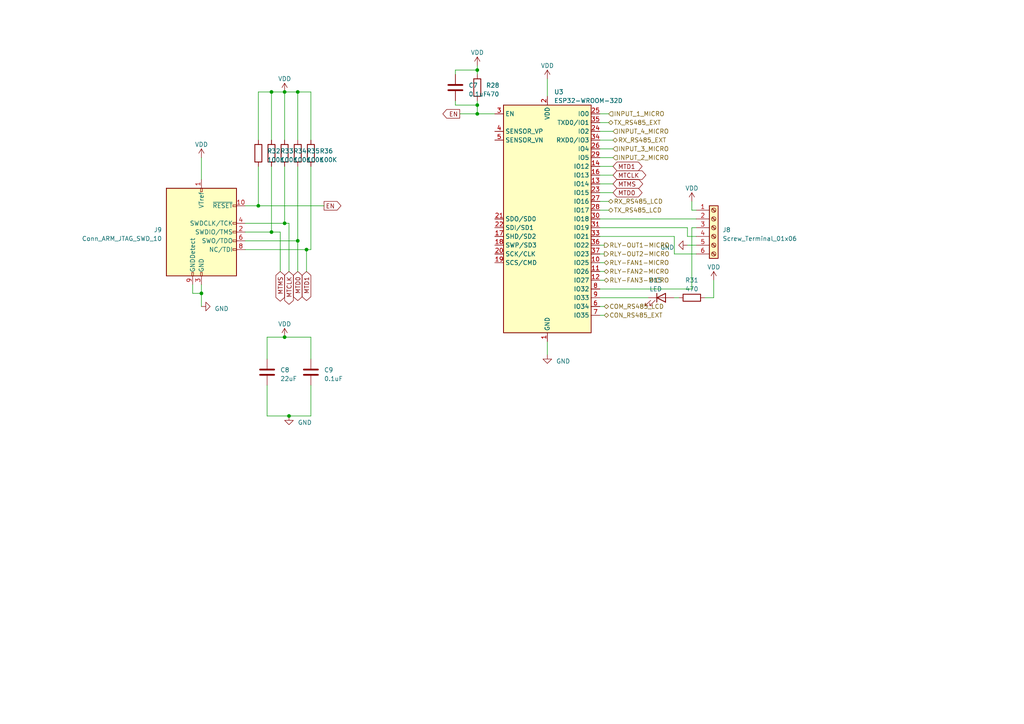
<source format=kicad_sch>
(kicad_sch (version 20230121) (generator eeschema)

  (uuid ef036c57-cb65-4222-928a-20526add1409)

  (paper "A4")

  (lib_symbols
    (symbol "Connector:Conn_ARM_JTAG_SWD_10" (pin_names (offset 1.016)) (in_bom yes) (on_board yes)
      (property "Reference" "J" (at -2.54 16.51 0)
        (effects (font (size 1.27 1.27)) (justify right))
      )
      (property "Value" "Conn_ARM_JTAG_SWD_10" (at -2.54 13.97 0)
        (effects (font (size 1.27 1.27)) (justify right bottom))
      )
      (property "Footprint" "" (at 0 0 0)
        (effects (font (size 1.27 1.27)) hide)
      )
      (property "Datasheet" "http://infocenter.arm.com/help/topic/com.arm.doc.ddi0314h/DDI0314H_coresight_components_trm.pdf" (at -8.89 -31.75 90)
        (effects (font (size 1.27 1.27)) hide)
      )
      (property "ki_keywords" "Cortex Debug Connector ARM SWD JTAG" (at 0 0 0)
        (effects (font (size 1.27 1.27)) hide)
      )
      (property "ki_description" "Cortex Debug Connector, standard ARM Cortex-M SWD and JTAG interface" (at 0 0 0)
        (effects (font (size 1.27 1.27)) hide)
      )
      (property "ki_fp_filters" "PinHeader?2x05?P1.27mm*" (at 0 0 0)
        (effects (font (size 1.27 1.27)) hide)
      )
      (symbol "Conn_ARM_JTAG_SWD_10_0_1"
        (rectangle (start -10.16 12.7) (end 10.16 -12.7)
          (stroke (width 0.254) (type default))
          (fill (type background))
        )
        (rectangle (start -2.794 -12.7) (end -2.286 -11.684)
          (stroke (width 0) (type default))
          (fill (type none))
        )
        (rectangle (start -0.254 -12.7) (end 0.254 -11.684)
          (stroke (width 0) (type default))
          (fill (type none))
        )
        (rectangle (start -0.254 12.7) (end 0.254 11.684)
          (stroke (width 0) (type default))
          (fill (type none))
        )
        (rectangle (start 9.144 2.286) (end 10.16 2.794)
          (stroke (width 0) (type default))
          (fill (type none))
        )
        (rectangle (start 10.16 -2.794) (end 9.144 -2.286)
          (stroke (width 0) (type default))
          (fill (type none))
        )
        (rectangle (start 10.16 -0.254) (end 9.144 0.254)
          (stroke (width 0) (type default))
          (fill (type none))
        )
        (rectangle (start 10.16 7.874) (end 9.144 7.366)
          (stroke (width 0) (type default))
          (fill (type none))
        )
      )
      (symbol "Conn_ARM_JTAG_SWD_10_1_1"
        (rectangle (start 9.144 -5.334) (end 10.16 -4.826)
          (stroke (width 0) (type default))
          (fill (type none))
        )
        (pin power_in line (at 0 15.24 270) (length 2.54)
          (name "VTref" (effects (font (size 1.27 1.27))))
          (number "1" (effects (font (size 1.27 1.27))))
        )
        (pin open_collector line (at 12.7 7.62 180) (length 2.54)
          (name "~{RESET}" (effects (font (size 1.27 1.27))))
          (number "10" (effects (font (size 1.27 1.27))))
        )
        (pin bidirectional line (at 12.7 0 180) (length 2.54)
          (name "SWDIO/TMS" (effects (font (size 1.27 1.27))))
          (number "2" (effects (font (size 1.27 1.27))))
        )
        (pin power_in line (at 0 -15.24 90) (length 2.54)
          (name "GND" (effects (font (size 1.27 1.27))))
          (number "3" (effects (font (size 1.27 1.27))))
        )
        (pin output line (at 12.7 2.54 180) (length 2.54)
          (name "SWDCLK/TCK" (effects (font (size 1.27 1.27))))
          (number "4" (effects (font (size 1.27 1.27))))
        )
        (pin passive line (at 0 -15.24 90) (length 2.54) hide
          (name "GND" (effects (font (size 1.27 1.27))))
          (number "5" (effects (font (size 1.27 1.27))))
        )
        (pin input line (at 12.7 -2.54 180) (length 2.54)
          (name "SWO/TDO" (effects (font (size 1.27 1.27))))
          (number "6" (effects (font (size 1.27 1.27))))
        )
        (pin no_connect line (at -10.16 0 0) (length 2.54) hide
          (name "KEY" (effects (font (size 1.27 1.27))))
          (number "7" (effects (font (size 1.27 1.27))))
        )
        (pin output line (at 12.7 -5.08 180) (length 2.54)
          (name "NC/TDI" (effects (font (size 1.27 1.27))))
          (number "8" (effects (font (size 1.27 1.27))))
        )
        (pin passive line (at -2.54 -15.24 90) (length 2.54)
          (name "GNDDetect" (effects (font (size 1.27 1.27))))
          (number "9" (effects (font (size 1.27 1.27))))
        )
      )
    )
    (symbol "Connector:Screw_Terminal_01x06" (pin_names (offset 1.016) hide) (in_bom yes) (on_board yes)
      (property "Reference" "J" (at 0 7.62 0)
        (effects (font (size 1.27 1.27)))
      )
      (property "Value" "Screw_Terminal_01x06" (at 0 -10.16 0)
        (effects (font (size 1.27 1.27)))
      )
      (property "Footprint" "" (at 0 0 0)
        (effects (font (size 1.27 1.27)) hide)
      )
      (property "Datasheet" "~" (at 0 0 0)
        (effects (font (size 1.27 1.27)) hide)
      )
      (property "ki_keywords" "screw terminal" (at 0 0 0)
        (effects (font (size 1.27 1.27)) hide)
      )
      (property "ki_description" "Generic screw terminal, single row, 01x06, script generated (kicad-library-utils/schlib/autogen/connector/)" (at 0 0 0)
        (effects (font (size 1.27 1.27)) hide)
      )
      (property "ki_fp_filters" "TerminalBlock*:*" (at 0 0 0)
        (effects (font (size 1.27 1.27)) hide)
      )
      (symbol "Screw_Terminal_01x06_1_1"
        (rectangle (start -1.27 6.35) (end 1.27 -8.89)
          (stroke (width 0.254) (type default))
          (fill (type background))
        )
        (circle (center 0 -7.62) (radius 0.635)
          (stroke (width 0.1524) (type default))
          (fill (type none))
        )
        (circle (center 0 -5.08) (radius 0.635)
          (stroke (width 0.1524) (type default))
          (fill (type none))
        )
        (circle (center 0 -2.54) (radius 0.635)
          (stroke (width 0.1524) (type default))
          (fill (type none))
        )
        (polyline
          (pts
            (xy -0.5334 -7.2898)
            (xy 0.3302 -8.128)
          )
          (stroke (width 0.1524) (type default))
          (fill (type none))
        )
        (polyline
          (pts
            (xy -0.5334 -4.7498)
            (xy 0.3302 -5.588)
          )
          (stroke (width 0.1524) (type default))
          (fill (type none))
        )
        (polyline
          (pts
            (xy -0.5334 -2.2098)
            (xy 0.3302 -3.048)
          )
          (stroke (width 0.1524) (type default))
          (fill (type none))
        )
        (polyline
          (pts
            (xy -0.5334 0.3302)
            (xy 0.3302 -0.508)
          )
          (stroke (width 0.1524) (type default))
          (fill (type none))
        )
        (polyline
          (pts
            (xy -0.5334 2.8702)
            (xy 0.3302 2.032)
          )
          (stroke (width 0.1524) (type default))
          (fill (type none))
        )
        (polyline
          (pts
            (xy -0.5334 5.4102)
            (xy 0.3302 4.572)
          )
          (stroke (width 0.1524) (type default))
          (fill (type none))
        )
        (polyline
          (pts
            (xy -0.3556 -7.112)
            (xy 0.508 -7.9502)
          )
          (stroke (width 0.1524) (type default))
          (fill (type none))
        )
        (polyline
          (pts
            (xy -0.3556 -4.572)
            (xy 0.508 -5.4102)
          )
          (stroke (width 0.1524) (type default))
          (fill (type none))
        )
        (polyline
          (pts
            (xy -0.3556 -2.032)
            (xy 0.508 -2.8702)
          )
          (stroke (width 0.1524) (type default))
          (fill (type none))
        )
        (polyline
          (pts
            (xy -0.3556 0.508)
            (xy 0.508 -0.3302)
          )
          (stroke (width 0.1524) (type default))
          (fill (type none))
        )
        (polyline
          (pts
            (xy -0.3556 3.048)
            (xy 0.508 2.2098)
          )
          (stroke (width 0.1524) (type default))
          (fill (type none))
        )
        (polyline
          (pts
            (xy -0.3556 5.588)
            (xy 0.508 4.7498)
          )
          (stroke (width 0.1524) (type default))
          (fill (type none))
        )
        (circle (center 0 0) (radius 0.635)
          (stroke (width 0.1524) (type default))
          (fill (type none))
        )
        (circle (center 0 2.54) (radius 0.635)
          (stroke (width 0.1524) (type default))
          (fill (type none))
        )
        (circle (center 0 5.08) (radius 0.635)
          (stroke (width 0.1524) (type default))
          (fill (type none))
        )
        (pin passive line (at -5.08 5.08 0) (length 3.81)
          (name "Pin_1" (effects (font (size 1.27 1.27))))
          (number "1" (effects (font (size 1.27 1.27))))
        )
        (pin passive line (at -5.08 2.54 0) (length 3.81)
          (name "Pin_2" (effects (font (size 1.27 1.27))))
          (number "2" (effects (font (size 1.27 1.27))))
        )
        (pin passive line (at -5.08 0 0) (length 3.81)
          (name "Pin_3" (effects (font (size 1.27 1.27))))
          (number "3" (effects (font (size 1.27 1.27))))
        )
        (pin passive line (at -5.08 -2.54 0) (length 3.81)
          (name "Pin_4" (effects (font (size 1.27 1.27))))
          (number "4" (effects (font (size 1.27 1.27))))
        )
        (pin passive line (at -5.08 -5.08 0) (length 3.81)
          (name "Pin_5" (effects (font (size 1.27 1.27))))
          (number "5" (effects (font (size 1.27 1.27))))
        )
        (pin passive line (at -5.08 -7.62 0) (length 3.81)
          (name "Pin_6" (effects (font (size 1.27 1.27))))
          (number "6" (effects (font (size 1.27 1.27))))
        )
      )
    )
    (symbol "Device:C" (pin_numbers hide) (pin_names (offset 0.254)) (in_bom yes) (on_board yes)
      (property "Reference" "C" (at 0.635 2.54 0)
        (effects (font (size 1.27 1.27)) (justify left))
      )
      (property "Value" "C" (at 0.635 -2.54 0)
        (effects (font (size 1.27 1.27)) (justify left))
      )
      (property "Footprint" "" (at 0.9652 -3.81 0)
        (effects (font (size 1.27 1.27)) hide)
      )
      (property "Datasheet" "~" (at 0 0 0)
        (effects (font (size 1.27 1.27)) hide)
      )
      (property "ki_keywords" "cap capacitor" (at 0 0 0)
        (effects (font (size 1.27 1.27)) hide)
      )
      (property "ki_description" "Unpolarized capacitor" (at 0 0 0)
        (effects (font (size 1.27 1.27)) hide)
      )
      (property "ki_fp_filters" "C_*" (at 0 0 0)
        (effects (font (size 1.27 1.27)) hide)
      )
      (symbol "C_0_1"
        (polyline
          (pts
            (xy -2.032 -0.762)
            (xy 2.032 -0.762)
          )
          (stroke (width 0.508) (type default))
          (fill (type none))
        )
        (polyline
          (pts
            (xy -2.032 0.762)
            (xy 2.032 0.762)
          )
          (stroke (width 0.508) (type default))
          (fill (type none))
        )
      )
      (symbol "C_1_1"
        (pin passive line (at 0 3.81 270) (length 2.794)
          (name "~" (effects (font (size 1.27 1.27))))
          (number "1" (effects (font (size 1.27 1.27))))
        )
        (pin passive line (at 0 -3.81 90) (length 2.794)
          (name "~" (effects (font (size 1.27 1.27))))
          (number "2" (effects (font (size 1.27 1.27))))
        )
      )
    )
    (symbol "Device:LED" (pin_numbers hide) (pin_names (offset 1.016) hide) (in_bom yes) (on_board yes)
      (property "Reference" "D" (at 0 2.54 0)
        (effects (font (size 1.27 1.27)))
      )
      (property "Value" "LED" (at 0 -2.54 0)
        (effects (font (size 1.27 1.27)))
      )
      (property "Footprint" "" (at 0 0 0)
        (effects (font (size 1.27 1.27)) hide)
      )
      (property "Datasheet" "~" (at 0 0 0)
        (effects (font (size 1.27 1.27)) hide)
      )
      (property "ki_keywords" "LED diode" (at 0 0 0)
        (effects (font (size 1.27 1.27)) hide)
      )
      (property "ki_description" "Light emitting diode" (at 0 0 0)
        (effects (font (size 1.27 1.27)) hide)
      )
      (property "ki_fp_filters" "LED* LED_SMD:* LED_THT:*" (at 0 0 0)
        (effects (font (size 1.27 1.27)) hide)
      )
      (symbol "LED_0_1"
        (polyline
          (pts
            (xy -1.27 -1.27)
            (xy -1.27 1.27)
          )
          (stroke (width 0.254) (type default))
          (fill (type none))
        )
        (polyline
          (pts
            (xy -1.27 0)
            (xy 1.27 0)
          )
          (stroke (width 0) (type default))
          (fill (type none))
        )
        (polyline
          (pts
            (xy 1.27 -1.27)
            (xy 1.27 1.27)
            (xy -1.27 0)
            (xy 1.27 -1.27)
          )
          (stroke (width 0.254) (type default))
          (fill (type none))
        )
        (polyline
          (pts
            (xy -3.048 -0.762)
            (xy -4.572 -2.286)
            (xy -3.81 -2.286)
            (xy -4.572 -2.286)
            (xy -4.572 -1.524)
          )
          (stroke (width 0) (type default))
          (fill (type none))
        )
        (polyline
          (pts
            (xy -1.778 -0.762)
            (xy -3.302 -2.286)
            (xy -2.54 -2.286)
            (xy -3.302 -2.286)
            (xy -3.302 -1.524)
          )
          (stroke (width 0) (type default))
          (fill (type none))
        )
      )
      (symbol "LED_1_1"
        (pin passive line (at -3.81 0 0) (length 2.54)
          (name "K" (effects (font (size 1.27 1.27))))
          (number "1" (effects (font (size 1.27 1.27))))
        )
        (pin passive line (at 3.81 0 180) (length 2.54)
          (name "A" (effects (font (size 1.27 1.27))))
          (number "2" (effects (font (size 1.27 1.27))))
        )
      )
    )
    (symbol "Device:R" (pin_numbers hide) (pin_names (offset 0)) (in_bom yes) (on_board yes)
      (property "Reference" "R" (at 2.032 0 90)
        (effects (font (size 1.27 1.27)))
      )
      (property "Value" "R" (at 0 0 90)
        (effects (font (size 1.27 1.27)))
      )
      (property "Footprint" "" (at -1.778 0 90)
        (effects (font (size 1.27 1.27)) hide)
      )
      (property "Datasheet" "~" (at 0 0 0)
        (effects (font (size 1.27 1.27)) hide)
      )
      (property "ki_keywords" "R res resistor" (at 0 0 0)
        (effects (font (size 1.27 1.27)) hide)
      )
      (property "ki_description" "Resistor" (at 0 0 0)
        (effects (font (size 1.27 1.27)) hide)
      )
      (property "ki_fp_filters" "R_*" (at 0 0 0)
        (effects (font (size 1.27 1.27)) hide)
      )
      (symbol "R_0_1"
        (rectangle (start -1.016 -2.54) (end 1.016 2.54)
          (stroke (width 0.254) (type default))
          (fill (type none))
        )
      )
      (symbol "R_1_1"
        (pin passive line (at 0 3.81 270) (length 1.27)
          (name "~" (effects (font (size 1.27 1.27))))
          (number "1" (effects (font (size 1.27 1.27))))
        )
        (pin passive line (at 0 -3.81 90) (length 1.27)
          (name "~" (effects (font (size 1.27 1.27))))
          (number "2" (effects (font (size 1.27 1.27))))
        )
      )
    )
    (symbol "RF_Module:ESP32-WROOM-32D" (in_bom yes) (on_board yes)
      (property "Reference" "U" (at -12.7 34.29 0)
        (effects (font (size 1.27 1.27)) (justify left))
      )
      (property "Value" "ESP32-WROOM-32D" (at 1.27 34.29 0)
        (effects (font (size 1.27 1.27)) (justify left))
      )
      (property "Footprint" "RF_Module:ESP32-WROOM-32D" (at 16.51 -34.29 0)
        (effects (font (size 1.27 1.27)) hide)
      )
      (property "Datasheet" "https://www.espressif.com/sites/default/files/documentation/esp32-wroom-32d_esp32-wroom-32u_datasheet_en.pdf" (at -7.62 1.27 0)
        (effects (font (size 1.27 1.27)) hide)
      )
      (property "ki_keywords" "RF Radio BT ESP ESP32 Espressif onboard PCB antenna" (at 0 0 0)
        (effects (font (size 1.27 1.27)) hide)
      )
      (property "ki_description" "RF Module, ESP32-D0WD SoC, Wi-Fi 802.11b/g/n, Bluetooth, BLE, 32-bit, 2.7-3.6V, onboard antenna, SMD" (at 0 0 0)
        (effects (font (size 1.27 1.27)) hide)
      )
      (property "ki_fp_filters" "ESP32?WROOM?32D*" (at 0 0 0)
        (effects (font (size 1.27 1.27)) hide)
      )
      (symbol "ESP32-WROOM-32D_0_1"
        (rectangle (start -12.7 33.02) (end 12.7 -33.02)
          (stroke (width 0.254) (type default))
          (fill (type background))
        )
      )
      (symbol "ESP32-WROOM-32D_1_1"
        (pin power_in line (at 0 -35.56 90) (length 2.54)
          (name "GND" (effects (font (size 1.27 1.27))))
          (number "1" (effects (font (size 1.27 1.27))))
        )
        (pin bidirectional line (at 15.24 -12.7 180) (length 2.54)
          (name "IO25" (effects (font (size 1.27 1.27))))
          (number "10" (effects (font (size 1.27 1.27))))
        )
        (pin bidirectional line (at 15.24 -15.24 180) (length 2.54)
          (name "IO26" (effects (font (size 1.27 1.27))))
          (number "11" (effects (font (size 1.27 1.27))))
        )
        (pin bidirectional line (at 15.24 -17.78 180) (length 2.54)
          (name "IO27" (effects (font (size 1.27 1.27))))
          (number "12" (effects (font (size 1.27 1.27))))
        )
        (pin bidirectional line (at 15.24 10.16 180) (length 2.54)
          (name "IO14" (effects (font (size 1.27 1.27))))
          (number "13" (effects (font (size 1.27 1.27))))
        )
        (pin bidirectional line (at 15.24 15.24 180) (length 2.54)
          (name "IO12" (effects (font (size 1.27 1.27))))
          (number "14" (effects (font (size 1.27 1.27))))
        )
        (pin passive line (at 0 -35.56 90) (length 2.54) hide
          (name "GND" (effects (font (size 1.27 1.27))))
          (number "15" (effects (font (size 1.27 1.27))))
        )
        (pin bidirectional line (at 15.24 12.7 180) (length 2.54)
          (name "IO13" (effects (font (size 1.27 1.27))))
          (number "16" (effects (font (size 1.27 1.27))))
        )
        (pin bidirectional line (at -15.24 -5.08 0) (length 2.54)
          (name "SHD/SD2" (effects (font (size 1.27 1.27))))
          (number "17" (effects (font (size 1.27 1.27))))
        )
        (pin bidirectional line (at -15.24 -7.62 0) (length 2.54)
          (name "SWP/SD3" (effects (font (size 1.27 1.27))))
          (number "18" (effects (font (size 1.27 1.27))))
        )
        (pin bidirectional line (at -15.24 -12.7 0) (length 2.54)
          (name "SCS/CMD" (effects (font (size 1.27 1.27))))
          (number "19" (effects (font (size 1.27 1.27))))
        )
        (pin power_in line (at 0 35.56 270) (length 2.54)
          (name "VDD" (effects (font (size 1.27 1.27))))
          (number "2" (effects (font (size 1.27 1.27))))
        )
        (pin bidirectional line (at -15.24 -10.16 0) (length 2.54)
          (name "SCK/CLK" (effects (font (size 1.27 1.27))))
          (number "20" (effects (font (size 1.27 1.27))))
        )
        (pin bidirectional line (at -15.24 0 0) (length 2.54)
          (name "SDO/SD0" (effects (font (size 1.27 1.27))))
          (number "21" (effects (font (size 1.27 1.27))))
        )
        (pin bidirectional line (at -15.24 -2.54 0) (length 2.54)
          (name "SDI/SD1" (effects (font (size 1.27 1.27))))
          (number "22" (effects (font (size 1.27 1.27))))
        )
        (pin bidirectional line (at 15.24 7.62 180) (length 2.54)
          (name "IO15" (effects (font (size 1.27 1.27))))
          (number "23" (effects (font (size 1.27 1.27))))
        )
        (pin bidirectional line (at 15.24 25.4 180) (length 2.54)
          (name "IO2" (effects (font (size 1.27 1.27))))
          (number "24" (effects (font (size 1.27 1.27))))
        )
        (pin bidirectional line (at 15.24 30.48 180) (length 2.54)
          (name "IO0" (effects (font (size 1.27 1.27))))
          (number "25" (effects (font (size 1.27 1.27))))
        )
        (pin bidirectional line (at 15.24 20.32 180) (length 2.54)
          (name "IO4" (effects (font (size 1.27 1.27))))
          (number "26" (effects (font (size 1.27 1.27))))
        )
        (pin bidirectional line (at 15.24 5.08 180) (length 2.54)
          (name "IO16" (effects (font (size 1.27 1.27))))
          (number "27" (effects (font (size 1.27 1.27))))
        )
        (pin bidirectional line (at 15.24 2.54 180) (length 2.54)
          (name "IO17" (effects (font (size 1.27 1.27))))
          (number "28" (effects (font (size 1.27 1.27))))
        )
        (pin bidirectional line (at 15.24 17.78 180) (length 2.54)
          (name "IO5" (effects (font (size 1.27 1.27))))
          (number "29" (effects (font (size 1.27 1.27))))
        )
        (pin input line (at -15.24 30.48 0) (length 2.54)
          (name "EN" (effects (font (size 1.27 1.27))))
          (number "3" (effects (font (size 1.27 1.27))))
        )
        (pin bidirectional line (at 15.24 0 180) (length 2.54)
          (name "IO18" (effects (font (size 1.27 1.27))))
          (number "30" (effects (font (size 1.27 1.27))))
        )
        (pin bidirectional line (at 15.24 -2.54 180) (length 2.54)
          (name "IO19" (effects (font (size 1.27 1.27))))
          (number "31" (effects (font (size 1.27 1.27))))
        )
        (pin no_connect line (at -12.7 -27.94 0) (length 2.54) hide
          (name "NC" (effects (font (size 1.27 1.27))))
          (number "32" (effects (font (size 1.27 1.27))))
        )
        (pin bidirectional line (at 15.24 -5.08 180) (length 2.54)
          (name "IO21" (effects (font (size 1.27 1.27))))
          (number "33" (effects (font (size 1.27 1.27))))
        )
        (pin bidirectional line (at 15.24 22.86 180) (length 2.54)
          (name "RXD0/IO3" (effects (font (size 1.27 1.27))))
          (number "34" (effects (font (size 1.27 1.27))))
        )
        (pin bidirectional line (at 15.24 27.94 180) (length 2.54)
          (name "TXD0/IO1" (effects (font (size 1.27 1.27))))
          (number "35" (effects (font (size 1.27 1.27))))
        )
        (pin bidirectional line (at 15.24 -7.62 180) (length 2.54)
          (name "IO22" (effects (font (size 1.27 1.27))))
          (number "36" (effects (font (size 1.27 1.27))))
        )
        (pin bidirectional line (at 15.24 -10.16 180) (length 2.54)
          (name "IO23" (effects (font (size 1.27 1.27))))
          (number "37" (effects (font (size 1.27 1.27))))
        )
        (pin passive line (at 0 -35.56 90) (length 2.54) hide
          (name "GND" (effects (font (size 1.27 1.27))))
          (number "38" (effects (font (size 1.27 1.27))))
        )
        (pin passive line (at 0 -35.56 90) (length 2.54) hide
          (name "GND" (effects (font (size 1.27 1.27))))
          (number "39" (effects (font (size 1.27 1.27))))
        )
        (pin input line (at -15.24 25.4 0) (length 2.54)
          (name "SENSOR_VP" (effects (font (size 1.27 1.27))))
          (number "4" (effects (font (size 1.27 1.27))))
        )
        (pin input line (at -15.24 22.86 0) (length 2.54)
          (name "SENSOR_VN" (effects (font (size 1.27 1.27))))
          (number "5" (effects (font (size 1.27 1.27))))
        )
        (pin input line (at 15.24 -25.4 180) (length 2.54)
          (name "IO34" (effects (font (size 1.27 1.27))))
          (number "6" (effects (font (size 1.27 1.27))))
        )
        (pin input line (at 15.24 -27.94 180) (length 2.54)
          (name "IO35" (effects (font (size 1.27 1.27))))
          (number "7" (effects (font (size 1.27 1.27))))
        )
        (pin bidirectional line (at 15.24 -20.32 180) (length 2.54)
          (name "IO32" (effects (font (size 1.27 1.27))))
          (number "8" (effects (font (size 1.27 1.27))))
        )
        (pin bidirectional line (at 15.24 -22.86 180) (length 2.54)
          (name "IO33" (effects (font (size 1.27 1.27))))
          (number "9" (effects (font (size 1.27 1.27))))
        )
      )
    )
    (symbol "power:GND" (power) (pin_names (offset 0)) (in_bom yes) (on_board yes)
      (property "Reference" "#PWR" (at 0 -6.35 0)
        (effects (font (size 1.27 1.27)) hide)
      )
      (property "Value" "GND" (at 0 -3.81 0)
        (effects (font (size 1.27 1.27)))
      )
      (property "Footprint" "" (at 0 0 0)
        (effects (font (size 1.27 1.27)) hide)
      )
      (property "Datasheet" "" (at 0 0 0)
        (effects (font (size 1.27 1.27)) hide)
      )
      (property "ki_keywords" "global power" (at 0 0 0)
        (effects (font (size 1.27 1.27)) hide)
      )
      (property "ki_description" "Power symbol creates a global label with name \"GND\" , ground" (at 0 0 0)
        (effects (font (size 1.27 1.27)) hide)
      )
      (symbol "GND_0_1"
        (polyline
          (pts
            (xy 0 0)
            (xy 0 -1.27)
            (xy 1.27 -1.27)
            (xy 0 -2.54)
            (xy -1.27 -1.27)
            (xy 0 -1.27)
          )
          (stroke (width 0) (type default))
          (fill (type none))
        )
      )
      (symbol "GND_1_1"
        (pin power_in line (at 0 0 270) (length 0) hide
          (name "GND" (effects (font (size 1.27 1.27))))
          (number "1" (effects (font (size 1.27 1.27))))
        )
      )
    )
    (symbol "power:VDD" (power) (pin_names (offset 0)) (in_bom yes) (on_board yes)
      (property "Reference" "#PWR" (at 0 -3.81 0)
        (effects (font (size 1.27 1.27)) hide)
      )
      (property "Value" "VDD" (at 0 3.81 0)
        (effects (font (size 1.27 1.27)))
      )
      (property "Footprint" "" (at 0 0 0)
        (effects (font (size 1.27 1.27)) hide)
      )
      (property "Datasheet" "" (at 0 0 0)
        (effects (font (size 1.27 1.27)) hide)
      )
      (property "ki_keywords" "global power" (at 0 0 0)
        (effects (font (size 1.27 1.27)) hide)
      )
      (property "ki_description" "Power symbol creates a global label with name \"VDD\"" (at 0 0 0)
        (effects (font (size 1.27 1.27)) hide)
      )
      (symbol "VDD_0_1"
        (polyline
          (pts
            (xy -0.762 1.27)
            (xy 0 2.54)
          )
          (stroke (width 0) (type default))
          (fill (type none))
        )
        (polyline
          (pts
            (xy 0 0)
            (xy 0 2.54)
          )
          (stroke (width 0) (type default))
          (fill (type none))
        )
        (polyline
          (pts
            (xy 0 2.54)
            (xy 0.762 1.27)
          )
          (stroke (width 0) (type default))
          (fill (type none))
        )
      )
      (symbol "VDD_1_1"
        (pin power_in line (at 0 0 90) (length 0) hide
          (name "VDD" (effects (font (size 1.27 1.27))))
          (number "1" (effects (font (size 1.27 1.27))))
        )
      )
    )
  )

  (junction (at 78.74 26.67) (diameter 0) (color 0 0 0 0)
    (uuid 0d98fc3d-13d2-42fc-8df8-8ab58083823a)
  )
  (junction (at 88.9 72.39) (diameter 0) (color 0 0 0 0)
    (uuid 1df7ab56-3cf7-4e02-8ab9-6f4423c11588)
  )
  (junction (at 82.55 97.79) (diameter 0) (color 0 0 0 0)
    (uuid 29eb6526-c340-4e27-a156-ba0b6c45a751)
  )
  (junction (at 78.74 67.31) (diameter 0) (color 0 0 0 0)
    (uuid 2d73257f-2a34-4124-8ac8-0268e67a8397)
  )
  (junction (at 86.36 26.67) (diameter 0) (color 0 0 0 0)
    (uuid 30d54e5c-230a-4246-ab33-55b6e92a9c56)
  )
  (junction (at 138.43 30.48) (diameter 0) (color 0 0 0 0)
    (uuid 37b98c7a-8698-4464-a7d7-c5676b94fecf)
  )
  (junction (at 74.93 59.69) (diameter 0) (color 0 0 0 0)
    (uuid 47d38b3a-b232-49b3-9bf1-1d8b17488559)
  )
  (junction (at 82.55 64.77) (diameter 0) (color 0 0 0 0)
    (uuid 53df9bd8-fd72-492b-bff7-33c7064b9e42)
  )
  (junction (at 138.43 33.02) (diameter 0) (color 0 0 0 0)
    (uuid 7d7c01f9-282a-43ff-9098-ab26e5b3b277)
  )
  (junction (at 138.43 20.32) (diameter 0) (color 0 0 0 0)
    (uuid 8b5e386d-9326-462d-b90d-224596086761)
  )
  (junction (at 86.36 69.85) (diameter 0) (color 0 0 0 0)
    (uuid 957dedd1-1336-42ef-826a-9cd0be835943)
  )
  (junction (at 82.55 26.67) (diameter 0) (color 0 0 0 0)
    (uuid 9ba92401-92fc-418e-819c-b9ba69f78ffd)
  )
  (junction (at 58.42 85.09) (diameter 0) (color 0 0 0 0)
    (uuid b2386260-593e-4140-877b-8b2a1345d9cb)
  )
  (junction (at 83.82 120.65) (diameter 0) (color 0 0 0 0)
    (uuid c3cc9c04-a207-43be-ab16-1c1ee0288080)
  )

  (wire (pts (xy 71.12 72.39) (xy 88.9 72.39))
    (stroke (width 0) (type default))
    (uuid 04e9f313-dff8-438e-ac24-f3c4e70376d1)
  )
  (wire (pts (xy 199.39 68.58) (xy 201.93 68.58))
    (stroke (width 0) (type default))
    (uuid 05fa9f48-6bb3-4423-ac78-35b559b9d47c)
  )
  (wire (pts (xy 173.99 71.12) (xy 175.26 71.12))
    (stroke (width 0) (type default))
    (uuid 088f9f78-dc0e-4295-81b5-e0b049934653)
  )
  (wire (pts (xy 71.12 59.69) (xy 74.93 59.69))
    (stroke (width 0) (type default))
    (uuid 0d591603-e6b2-4882-a661-e676ef1eb911)
  )
  (wire (pts (xy 74.93 48.26) (xy 74.93 59.69))
    (stroke (width 0) (type default))
    (uuid 0e2757a4-46e4-4fea-baf4-cc348d9e5ff4)
  )
  (wire (pts (xy 81.28 78.74) (xy 81.28 67.31))
    (stroke (width 0) (type default))
    (uuid 1a85d998-9d2f-4879-ac2e-d54e3d7cedb5)
  )
  (wire (pts (xy 173.99 63.5) (xy 201.93 63.5))
    (stroke (width 0) (type default))
    (uuid 1f25a782-d82c-469a-bb80-611d253a4350)
  )
  (wire (pts (xy 132.08 30.48) (xy 138.43 30.48))
    (stroke (width 0) (type default))
    (uuid 242efc07-0fb6-4019-9227-c8724fe19712)
  )
  (wire (pts (xy 173.99 86.36) (xy 187.96 86.36))
    (stroke (width 0) (type default))
    (uuid 24781ffa-cacf-4023-a967-4ac02defddb2)
  )
  (wire (pts (xy 55.88 82.55) (xy 55.88 85.09))
    (stroke (width 0) (type default))
    (uuid 24ec045f-8b53-4714-83e9-cf81dfc89f35)
  )
  (wire (pts (xy 78.74 26.67) (xy 82.55 26.67))
    (stroke (width 0) (type default))
    (uuid 26b0aad0-fbb9-4b0e-9927-45a3c495cbf1)
  )
  (wire (pts (xy 200.66 66.04) (xy 201.93 66.04))
    (stroke (width 0) (type default))
    (uuid 27969388-c5c1-4cdb-bc90-32b5db9eaa02)
  )
  (wire (pts (xy 77.47 97.79) (xy 82.55 97.79))
    (stroke (width 0) (type default))
    (uuid 297f0e3d-da35-4eeb-8697-ef156a7e5d68)
  )
  (wire (pts (xy 74.93 59.69) (xy 93.98 59.69))
    (stroke (width 0) (type default))
    (uuid 2a84cd81-db96-4506-8df5-6c4af27e9508)
  )
  (wire (pts (xy 204.47 86.36) (xy 207.01 86.36))
    (stroke (width 0) (type default))
    (uuid 2e399712-5744-4418-86b9-e8e7247db04a)
  )
  (wire (pts (xy 173.99 40.64) (xy 177.8 40.64))
    (stroke (width 0) (type default))
    (uuid 304ca197-5c1d-4eae-ad57-5621cad1a54c)
  )
  (wire (pts (xy 83.82 78.74) (xy 83.82 64.77))
    (stroke (width 0) (type default))
    (uuid 33054161-c5fe-4016-801c-7146b084e4c2)
  )
  (wire (pts (xy 82.55 64.77) (xy 83.82 64.77))
    (stroke (width 0) (type default))
    (uuid 3363f2cb-56e4-4c17-8a9f-ae645678eeca)
  )
  (wire (pts (xy 173.99 38.1) (xy 177.8 38.1))
    (stroke (width 0) (type default))
    (uuid 340be682-3aad-45c4-8d93-ca9a3fd021a7)
  )
  (wire (pts (xy 82.55 26.67) (xy 82.55 40.64))
    (stroke (width 0) (type default))
    (uuid 357d1ab1-07be-49e6-a28b-473562a204ac)
  )
  (wire (pts (xy 77.47 111.76) (xy 77.47 120.65))
    (stroke (width 0) (type default))
    (uuid 35df3045-9c33-4ea7-a896-59d4d7454c4b)
  )
  (wire (pts (xy 201.93 60.96) (xy 200.66 60.96))
    (stroke (width 0) (type default))
    (uuid 3b013ee4-5f68-480a-b2b2-167a143a1fcd)
  )
  (wire (pts (xy 77.47 104.14) (xy 77.47 97.79))
    (stroke (width 0) (type default))
    (uuid 42ac49ee-35a3-4a5b-bda8-9ff972328b29)
  )
  (wire (pts (xy 158.75 22.86) (xy 158.75 27.94))
    (stroke (width 0) (type default))
    (uuid 49471f17-a7d9-44d7-96e1-cc9bc33ee754)
  )
  (wire (pts (xy 195.58 73.66) (xy 195.58 68.58))
    (stroke (width 0) (type default))
    (uuid 514d669f-92fe-44ee-a588-dfffed861183)
  )
  (wire (pts (xy 173.99 91.44) (xy 175.26 91.44))
    (stroke (width 0) (type default))
    (uuid 51e74d8d-39a2-4645-87e6-51b59d92763d)
  )
  (wire (pts (xy 173.99 33.02) (xy 176.53 33.02))
    (stroke (width 0) (type default))
    (uuid 5262a6a0-7009-4d42-a564-58d66dab7124)
  )
  (wire (pts (xy 173.99 81.28) (xy 175.26 81.28))
    (stroke (width 0) (type default))
    (uuid 5400a7b8-1a26-4991-8ede-7aa41e615c79)
  )
  (wire (pts (xy 90.17 97.79) (xy 82.55 97.79))
    (stroke (width 0) (type default))
    (uuid 54a1cbdb-03c2-42f2-87db-e693adc4e943)
  )
  (wire (pts (xy 86.36 48.26) (xy 86.36 69.85))
    (stroke (width 0) (type default))
    (uuid 58c9f9d2-9b0d-4f4c-86e0-fb2c6ca9e38a)
  )
  (wire (pts (xy 173.99 50.8) (xy 177.8 50.8))
    (stroke (width 0) (type default))
    (uuid 5ab8fcfd-caae-4c55-9fe9-2d3d06301460)
  )
  (wire (pts (xy 82.55 48.26) (xy 82.55 64.77))
    (stroke (width 0) (type default))
    (uuid 5bc1f6ff-9aa6-43eb-b935-c5eeb3f0339f)
  )
  (wire (pts (xy 86.36 26.67) (xy 86.36 40.64))
    (stroke (width 0) (type default))
    (uuid 5c74f34a-7ebc-4ec9-bb7d-7184d9777631)
  )
  (wire (pts (xy 90.17 48.26) (xy 90.17 72.39))
    (stroke (width 0) (type default))
    (uuid 60a11976-942f-4dce-805f-e2bb0c594cc4)
  )
  (wire (pts (xy 90.17 111.76) (xy 90.17 120.65))
    (stroke (width 0) (type default))
    (uuid 60a2803d-c5e4-47d0-883c-f2e1e20d884a)
  )
  (wire (pts (xy 173.99 66.04) (xy 199.39 66.04))
    (stroke (width 0) (type default))
    (uuid 61518b1c-6276-4196-b54a-b9f09e8e0ec1)
  )
  (wire (pts (xy 200.66 83.82) (xy 200.66 66.04))
    (stroke (width 0) (type default))
    (uuid 661a4f8c-7119-49da-b689-d60d38c1683d)
  )
  (wire (pts (xy 173.99 53.34) (xy 177.8 53.34))
    (stroke (width 0) (type default))
    (uuid 6a2f7c17-bd04-4dc3-b86a-0591d48b7fa8)
  )
  (wire (pts (xy 71.12 64.77) (xy 82.55 64.77))
    (stroke (width 0) (type default))
    (uuid 73050279-afc6-4c1b-ae6c-99d7aaf8d8e3)
  )
  (wire (pts (xy 138.43 33.02) (xy 143.51 33.02))
    (stroke (width 0) (type default))
    (uuid 7433ac64-8d09-452c-b8b7-e1f66edf8512)
  )
  (wire (pts (xy 173.99 73.66) (xy 175.26 73.66))
    (stroke (width 0) (type default))
    (uuid 7a9223e4-0936-4daf-b7dd-a366f852bf6d)
  )
  (wire (pts (xy 173.99 60.96) (xy 176.53 60.96))
    (stroke (width 0) (type default))
    (uuid 7e4e3a90-1b19-495b-913b-45d85baa17bb)
  )
  (wire (pts (xy 58.42 45.72) (xy 58.42 52.07))
    (stroke (width 0) (type default))
    (uuid 812cadbb-5bfc-4f9b-a819-f818471c6ec4)
  )
  (wire (pts (xy 71.12 69.85) (xy 86.36 69.85))
    (stroke (width 0) (type default))
    (uuid 818796fd-2beb-4f4b-a19a-09f98d4faaf3)
  )
  (wire (pts (xy 58.42 85.09) (xy 58.42 88.9))
    (stroke (width 0) (type default))
    (uuid 8296e773-02d0-4278-82b7-bbb92841070d)
  )
  (wire (pts (xy 133.35 33.02) (xy 138.43 33.02))
    (stroke (width 0) (type default))
    (uuid 8386d54b-caee-4108-af83-2b3b693bac47)
  )
  (wire (pts (xy 173.99 78.74) (xy 175.26 78.74))
    (stroke (width 0) (type default))
    (uuid 84320cc9-385d-4818-8da4-bba22525ded9)
  )
  (wire (pts (xy 83.82 120.65) (xy 90.17 120.65))
    (stroke (width 0) (type default))
    (uuid 852064ba-cd51-41c4-abdd-87786849b47e)
  )
  (wire (pts (xy 90.17 72.39) (xy 88.9 72.39))
    (stroke (width 0) (type default))
    (uuid 86cc2764-41fc-423c-bf93-73f3abd28275)
  )
  (wire (pts (xy 88.9 72.39) (xy 88.9 78.74))
    (stroke (width 0) (type default))
    (uuid 8b49b19b-e91a-4ea4-805a-dd87d51632e2)
  )
  (wire (pts (xy 173.99 68.58) (xy 195.58 68.58))
    (stroke (width 0) (type default))
    (uuid 901a10a2-df37-43c6-ba77-37bbec302a47)
  )
  (wire (pts (xy 55.88 85.09) (xy 58.42 85.09))
    (stroke (width 0) (type default))
    (uuid 95c0f3ab-c262-4326-9169-b17e625f4395)
  )
  (wire (pts (xy 173.99 43.18) (xy 177.8 43.18))
    (stroke (width 0) (type default))
    (uuid 98b91520-f5e3-4c54-9576-6943d9c2a653)
  )
  (wire (pts (xy 132.08 20.32) (xy 138.43 20.32))
    (stroke (width 0) (type default))
    (uuid 998e1cf2-7173-4383-88a1-f04bb29cc632)
  )
  (wire (pts (xy 132.08 29.21) (xy 132.08 30.48))
    (stroke (width 0) (type default))
    (uuid 9ae01318-1dc4-4763-b283-2c06257b614f)
  )
  (wire (pts (xy 173.99 58.42) (xy 176.53 58.42))
    (stroke (width 0) (type default))
    (uuid 9d6d97f5-ef7d-4f30-ba48-d3cc45b67a8a)
  )
  (wire (pts (xy 138.43 30.48) (xy 138.43 33.02))
    (stroke (width 0) (type default))
    (uuid 9e05308e-7d2f-4414-ad3f-347f5b64a01f)
  )
  (wire (pts (xy 78.74 26.67) (xy 78.74 40.64))
    (stroke (width 0) (type default))
    (uuid a71a1a79-8140-47d8-bfd7-e04e8a5b1b98)
  )
  (wire (pts (xy 201.93 73.66) (xy 195.58 73.66))
    (stroke (width 0) (type default))
    (uuid ac16423a-d0fb-4a29-88ef-20e1798a5e4e)
  )
  (wire (pts (xy 207.01 81.28) (xy 207.01 86.36))
    (stroke (width 0) (type default))
    (uuid b777a995-8992-46bd-9f26-7990e8712c40)
  )
  (wire (pts (xy 173.99 88.9) (xy 175.26 88.9))
    (stroke (width 0) (type default))
    (uuid b8bbb949-fc0f-42f4-9777-19ffb22c0201)
  )
  (wire (pts (xy 90.17 104.14) (xy 90.17 97.79))
    (stroke (width 0) (type default))
    (uuid b8c6bdf5-9a9d-4db2-8197-d4f34539570e)
  )
  (wire (pts (xy 86.36 78.74) (xy 86.36 69.85))
    (stroke (width 0) (type default))
    (uuid bc73b351-bf06-40d2-8406-e28a55875220)
  )
  (wire (pts (xy 173.99 76.2) (xy 175.26 76.2))
    (stroke (width 0) (type default))
    (uuid bca1039d-848d-46eb-bd2d-2395ca355753)
  )
  (wire (pts (xy 173.99 55.88) (xy 177.8 55.88))
    (stroke (width 0) (type default))
    (uuid c2828eca-bd27-479d-80ac-500ee482a628)
  )
  (wire (pts (xy 132.08 21.59) (xy 132.08 20.32))
    (stroke (width 0) (type default))
    (uuid c2f9b3d9-73c4-490f-bbc4-1b60a074132a)
  )
  (wire (pts (xy 81.28 67.31) (xy 78.74 67.31))
    (stroke (width 0) (type default))
    (uuid c49f0991-975f-4f90-9068-746569d3a4c5)
  )
  (wire (pts (xy 173.99 45.72) (xy 177.8 45.72))
    (stroke (width 0) (type default))
    (uuid c58cc033-bc2c-49da-885e-fc19fc85aac4)
  )
  (wire (pts (xy 90.17 26.67) (xy 86.36 26.67))
    (stroke (width 0) (type default))
    (uuid c592f314-2f63-43df-9a08-f5417094099a)
  )
  (wire (pts (xy 138.43 21.59) (xy 138.43 20.32))
    (stroke (width 0) (type default))
    (uuid c61708ca-a463-4084-99bb-17c66959e3ca)
  )
  (wire (pts (xy 173.99 48.26) (xy 177.8 48.26))
    (stroke (width 0) (type default))
    (uuid c6baa5a4-0bd8-415d-ad24-a494318e0bc0)
  )
  (wire (pts (xy 200.66 60.96) (xy 200.66 58.42))
    (stroke (width 0) (type default))
    (uuid c93a9797-1a06-49f8-8cde-9a16ad72f077)
  )
  (wire (pts (xy 173.99 35.56) (xy 176.53 35.56))
    (stroke (width 0) (type default))
    (uuid cea14e9b-2f5e-459b-b2e7-c57612ff0603)
  )
  (wire (pts (xy 78.74 67.31) (xy 71.12 67.31))
    (stroke (width 0) (type default))
    (uuid cebe4262-8b08-4b5f-b3ec-35785da70173)
  )
  (wire (pts (xy 77.47 120.65) (xy 83.82 120.65))
    (stroke (width 0) (type default))
    (uuid d67d3388-0abb-4305-bcd9-5fbc6bcae313)
  )
  (wire (pts (xy 86.36 26.67) (xy 82.55 26.67))
    (stroke (width 0) (type default))
    (uuid d8287037-7fac-4e56-ad58-b4efe60b9b48)
  )
  (wire (pts (xy 74.93 40.64) (xy 74.93 26.67))
    (stroke (width 0) (type default))
    (uuid d9731979-9eaa-4992-a441-8dc7b144c729)
  )
  (wire (pts (xy 173.99 83.82) (xy 200.66 83.82))
    (stroke (width 0) (type default))
    (uuid da0256f6-bb09-4c3a-83fe-825084d11353)
  )
  (wire (pts (xy 199.39 71.12) (xy 201.93 71.12))
    (stroke (width 0) (type default))
    (uuid db43c986-d476-454b-93cf-d316ade01075)
  )
  (wire (pts (xy 138.43 29.21) (xy 138.43 30.48))
    (stroke (width 0) (type default))
    (uuid e22f975e-fa03-4243-951a-1b6c0d9f4dd5)
  )
  (wire (pts (xy 138.43 19.05) (xy 138.43 20.32))
    (stroke (width 0) (type default))
    (uuid e2b81df2-eeea-4eb6-879a-29b46b62f52a)
  )
  (wire (pts (xy 90.17 40.64) (xy 90.17 26.67))
    (stroke (width 0) (type default))
    (uuid e31b54da-5961-49f4-a463-1fab51a0d413)
  )
  (wire (pts (xy 74.93 26.67) (xy 78.74 26.67))
    (stroke (width 0) (type default))
    (uuid e6cd6150-26c2-4e4f-863e-bc8ef379b280)
  )
  (wire (pts (xy 199.39 66.04) (xy 199.39 68.58))
    (stroke (width 0) (type default))
    (uuid ecde87ce-b723-4529-9847-e8afdef9ae78)
  )
  (wire (pts (xy 158.75 99.06) (xy 158.75 102.87))
    (stroke (width 0) (type default))
    (uuid edad9969-f688-4308-879c-10fa25f43921)
  )
  (wire (pts (xy 195.58 86.36) (xy 196.85 86.36))
    (stroke (width 0) (type default))
    (uuid efccbeb1-c095-440d-87ba-c72a17030767)
  )
  (wire (pts (xy 78.74 48.26) (xy 78.74 67.31))
    (stroke (width 0) (type default))
    (uuid efe3e725-41df-4a98-8bb4-d4cb273c87ce)
  )
  (wire (pts (xy 58.42 82.55) (xy 58.42 85.09))
    (stroke (width 0) (type default))
    (uuid fa8d036a-2719-4429-8f3d-2c58dff7826d)
  )

  (global_label "MTD0" (shape bidirectional) (at 86.36 78.74 270) (fields_autoplaced)
    (effects (font (size 1.27 1.27)) (justify right))
    (uuid 09594873-35e1-4ddc-9e06-55660f16f542)
    (property "Intersheetrefs" "${INTERSHEET_REFS}" (at 86.36 87.6556 90)
      (effects (font (size 1.27 1.27)) (justify right) hide)
    )
  )
  (global_label "EN" (shape output) (at 133.35 33.02 180) (fields_autoplaced)
    (effects (font (size 1.27 1.27)) (justify right))
    (uuid 1e5d08b2-7e4f-4fe9-a5a6-6daecde3ae81)
    (property "Intersheetrefs" "${INTERSHEET_REFS}" (at 127.9647 33.02 0)
      (effects (font (size 1.27 1.27)) (justify right) hide)
    )
  )
  (global_label "MTCLK" (shape bidirectional) (at 83.82 78.74 270) (fields_autoplaced)
    (effects (font (size 1.27 1.27)) (justify right))
    (uuid 68a21695-bc8a-49b3-8c23-b3e70e8b78f7)
    (property "Intersheetrefs" "${INTERSHEET_REFS}" (at 83.82 88.7442 90)
      (effects (font (size 1.27 1.27)) (justify right) hide)
    )
  )
  (global_label "MTD1" (shape bidirectional) (at 177.8 48.26 0) (fields_autoplaced)
    (effects (font (size 1.27 1.27)) (justify left))
    (uuid 90bb8afa-d938-43a3-aa86-ef9c3cec3476)
    (property "Intersheetrefs" "${INTERSHEET_REFS}" (at 186.7156 48.26 0)
      (effects (font (size 1.27 1.27)) (justify left) hide)
    )
  )
  (global_label "MTMS" (shape bidirectional) (at 81.28 78.74 270) (fields_autoplaced)
    (effects (font (size 1.27 1.27)) (justify right))
    (uuid 94a34e30-00d7-4331-ae16-18287c354731)
    (property "Intersheetrefs" "${INTERSHEET_REFS}" (at 81.28 87.837 90)
      (effects (font (size 1.27 1.27)) (justify right) hide)
    )
  )
  (global_label "MTCLK" (shape bidirectional) (at 177.8 50.8 0) (fields_autoplaced)
    (effects (font (size 1.27 1.27)) (justify left))
    (uuid 9b42e689-775f-47fa-9b61-d73a82cca7fa)
    (property "Intersheetrefs" "${INTERSHEET_REFS}" (at 187.8042 50.8 0)
      (effects (font (size 1.27 1.27)) (justify left) hide)
    )
  )
  (global_label "MTMS" (shape bidirectional) (at 177.8 53.34 0) (fields_autoplaced)
    (effects (font (size 1.27 1.27)) (justify left))
    (uuid acd6392a-c8f0-47a0-8d9a-b4da91cfc6ec)
    (property "Intersheetrefs" "${INTERSHEET_REFS}" (at 186.897 53.34 0)
      (effects (font (size 1.27 1.27)) (justify left) hide)
    )
  )
  (global_label "MTD0" (shape bidirectional) (at 177.8 55.88 0) (fields_autoplaced)
    (effects (font (size 1.27 1.27)) (justify left))
    (uuid e37c3e60-c3e5-42e2-9ba1-a6bd174a4599)
    (property "Intersheetrefs" "${INTERSHEET_REFS}" (at 186.7156 55.88 0)
      (effects (font (size 1.27 1.27)) (justify left) hide)
    )
  )
  (global_label "MTD1" (shape bidirectional) (at 88.9 78.74 270) (fields_autoplaced)
    (effects (font (size 1.27 1.27)) (justify right))
    (uuid f21e17db-1ba3-4d61-99d9-192549b81f5c)
    (property "Intersheetrefs" "${INTERSHEET_REFS}" (at 88.9 87.6556 90)
      (effects (font (size 1.27 1.27)) (justify right) hide)
    )
  )
  (global_label "EN" (shape output) (at 93.98 59.69 0) (fields_autoplaced)
    (effects (font (size 1.27 1.27)) (justify left))
    (uuid fcf6b7e5-f2cc-42b4-ba81-114d77805212)
    (property "Intersheetrefs" "${INTERSHEET_REFS}" (at 99.3653 59.69 0)
      (effects (font (size 1.27 1.27)) (justify left) hide)
    )
  )

  (hierarchical_label "RLY-OUT2-MICRO" (shape output) (at 175.26 73.66 0) (fields_autoplaced)
    (effects (font (size 1.27 1.27)) (justify left))
    (uuid 0c710dc5-4dc2-4e7c-9e47-265a3fad2f80)
  )
  (hierarchical_label "COM_RS485_LCD" (shape tri_state) (at 175.26 88.9 0) (fields_autoplaced)
    (effects (font (size 1.27 1.27)) (justify left))
    (uuid 237c9e81-7605-4e05-86fc-9b4443072a43)
  )
  (hierarchical_label "RLY-FAN2-MICRO" (shape bidirectional) (at 175.26 78.74 0) (fields_autoplaced)
    (effects (font (size 1.27 1.27)) (justify left))
    (uuid 4678160b-4929-45f3-b7ea-aabe5ff02549)
  )
  (hierarchical_label "INPUT_2_MICRO" (shape input) (at 177.8 45.72 0) (fields_autoplaced)
    (effects (font (size 1.27 1.27)) (justify left))
    (uuid 4b6236d7-3861-4db1-88be-c7a3059f06f3)
  )
  (hierarchical_label "INPUT_1_MICRO" (shape input) (at 176.53 33.02 0) (fields_autoplaced)
    (effects (font (size 1.27 1.27)) (justify left))
    (uuid 55844231-50e5-4a53-912d-d6cab40ffbac)
  )
  (hierarchical_label "RLY-OUT1-MICRO" (shape output) (at 175.26 71.12 0) (fields_autoplaced)
    (effects (font (size 1.27 1.27)) (justify left))
    (uuid 5feec98b-f9bf-488f-a946-7cf79cbdf3b6)
  )
  (hierarchical_label "CON_RS485_EXT" (shape tri_state) (at 175.26 91.44 0) (fields_autoplaced)
    (effects (font (size 1.27 1.27)) (justify left))
    (uuid 76df5c83-5d88-4357-841b-e00c4fa7f284)
  )
  (hierarchical_label "TX_RS485_LCD" (shape bidirectional) (at 176.53 60.96 0) (fields_autoplaced)
    (effects (font (size 1.27 1.27)) (justify left))
    (uuid 77debf0e-c154-4d26-a0d2-e0130ef0e68a)
  )
  (hierarchical_label "RX_RS485_LCD" (shape bidirectional) (at 176.53 58.42 0) (fields_autoplaced)
    (effects (font (size 1.27 1.27)) (justify left))
    (uuid 8360d58e-2d75-4ec2-a6df-f00de23ae88e)
  )
  (hierarchical_label "RX_RS485_EXT" (shape bidirectional) (at 177.8 40.64 0) (fields_autoplaced)
    (effects (font (size 1.27 1.27)) (justify left))
    (uuid 8c06eb7a-1fb7-4455-bb28-e8483756af53)
  )
  (hierarchical_label "INPUT_4_MICRO" (shape input) (at 177.8 38.1 0) (fields_autoplaced)
    (effects (font (size 1.27 1.27)) (justify left))
    (uuid 91925ffc-369d-4209-8c06-425038d052b8)
  )
  (hierarchical_label "TX_RS485_EXT" (shape bidirectional) (at 176.53 35.56 0) (fields_autoplaced)
    (effects (font (size 1.27 1.27)) (justify left))
    (uuid a0a976d0-6b76-40d4-9e23-bdc300b45f41)
  )
  (hierarchical_label "RLY-FAN3-MICRO" (shape bidirectional) (at 175.26 81.28 0) (fields_autoplaced)
    (effects (font (size 1.27 1.27)) (justify left))
    (uuid c7b45956-c394-4ca7-8ee1-b7e3fcc81cac)
  )
  (hierarchical_label "RLY-FAN1-MICRO" (shape bidirectional) (at 175.26 76.2 0) (fields_autoplaced)
    (effects (font (size 1.27 1.27)) (justify left))
    (uuid d8971046-3dcf-43e2-8865-dff18b35ab19)
  )
  (hierarchical_label "INPUT_3_MICRO" (shape input) (at 177.8 43.18 0) (fields_autoplaced)
    (effects (font (size 1.27 1.27)) (justify left))
    (uuid e659d568-a774-4eec-8472-9aa95f0e374f)
  )

  (symbol (lib_id "Device:R") (at 78.74 44.45 0) (unit 1)
    (in_bom yes) (on_board yes) (dnp no) (fields_autoplaced)
    (uuid 129725f5-9e17-4018-90bf-33238432b0b6)
    (property "Reference" "R33" (at 81.28 43.815 0)
      (effects (font (size 1.27 1.27)) (justify left))
    )
    (property "Value" "100K" (at 81.28 46.355 0)
      (effects (font (size 1.27 1.27)) (justify left))
    )
    (property "Footprint" "Resistor_SMD:R_0805_2012Metric_Pad1.20x1.40mm_HandSolder" (at 76.962 44.45 90)
      (effects (font (size 1.27 1.27)) hide)
    )
    (property "Datasheet" "~" (at 78.74 44.45 0)
      (effects (font (size 1.27 1.27)) hide)
    )
    (pin "1" (uuid e92ea661-08f2-43ba-b63e-3027c195734f))
    (pin "2" (uuid cb8865b9-e9ca-41b8-b724-d6a57803cb8a))
    (instances
      (project "Roomlink"
        (path "/89fa4562-b33b-473b-85be-61cc5cfa855c/7b8793d2-a0eb-4dc9-926a-a0df6f98fe56/9f7ba284-4dfa-4c0f-abb1-67857f7ec746"
          (reference "R33") (unit 1)
        )
      )
    )
  )

  (symbol (lib_id "power:GND") (at 199.39 71.12 270) (unit 1)
    (in_bom yes) (on_board yes) (dnp no) (fields_autoplaced)
    (uuid 134dca7a-2a71-4e77-b67c-28aeb2afedee)
    (property "Reference" "#PWR029" (at 193.04 71.12 0)
      (effects (font (size 1.27 1.27)) hide)
    )
    (property "Value" "GND" (at 195.58 71.755 90)
      (effects (font (size 1.27 1.27)) (justify right))
    )
    (property "Footprint" "" (at 199.39 71.12 0)
      (effects (font (size 1.27 1.27)) hide)
    )
    (property "Datasheet" "" (at 199.39 71.12 0)
      (effects (font (size 1.27 1.27)) hide)
    )
    (pin "1" (uuid 650f5533-65e6-4024-b216-1e42085ce4fd))
    (instances
      (project "Roomlink"
        (path "/89fa4562-b33b-473b-85be-61cc5cfa855c/7b8793d2-a0eb-4dc9-926a-a0df6f98fe56/9f7ba284-4dfa-4c0f-abb1-67857f7ec746"
          (reference "#PWR029") (unit 1)
        )
      )
    )
  )

  (symbol (lib_id "Connector:Screw_Terminal_01x06") (at 207.01 66.04 0) (unit 1)
    (in_bom yes) (on_board yes) (dnp no) (fields_autoplaced)
    (uuid 18c3b621-4d7a-4eba-b8d1-9c12dbf1c22f)
    (property "Reference" "J8" (at 209.55 66.675 0)
      (effects (font (size 1.27 1.27)) (justify left))
    )
    (property "Value" "Screw_Terminal_01x06" (at 209.55 69.215 0)
      (effects (font (size 1.27 1.27)) (justify left))
    )
    (property "Footprint" "Connector_PinHeader_2.54mm:PinHeader_2x03_P2.54mm_Vertical" (at 207.01 66.04 0)
      (effects (font (size 1.27 1.27)) hide)
    )
    (property "Datasheet" "~" (at 207.01 66.04 0)
      (effects (font (size 1.27 1.27)) hide)
    )
    (pin "1" (uuid ee081680-7067-4478-bf85-449cab6b829b))
    (pin "2" (uuid 7fadea5d-3307-4784-a1f1-536439f5ae7b))
    (pin "3" (uuid dd7365e2-096d-4d29-b357-e4f8d5bb08d6))
    (pin "4" (uuid 689eded0-101f-4724-a76a-35fe9206ba0c))
    (pin "5" (uuid ede7a91c-d02c-48a3-98c5-b42df8af7913))
    (pin "6" (uuid 788b0f93-8b09-4cb2-aba3-d543eed48850))
    (instances
      (project "Roomlink"
        (path "/89fa4562-b33b-473b-85be-61cc5cfa855c/7b8793d2-a0eb-4dc9-926a-a0df6f98fe56/9f7ba284-4dfa-4c0f-abb1-67857f7ec746"
          (reference "J8") (unit 1)
        )
      )
    )
  )

  (symbol (lib_id "Device:LED") (at 191.77 86.36 0) (unit 1)
    (in_bom yes) (on_board yes) (dnp no) (fields_autoplaced)
    (uuid 1acb79e6-56d9-4813-8bd1-f8a1b1ebeaa6)
    (property "Reference" "D15" (at 190.1825 81.28 0)
      (effects (font (size 1.27 1.27)))
    )
    (property "Value" "LED" (at 190.1825 83.82 0)
      (effects (font (size 1.27 1.27)))
    )
    (property "Footprint" "LED_SMD:LED_0805_2012Metric_Pad1.15x1.40mm_HandSolder" (at 191.77 86.36 0)
      (effects (font (size 1.27 1.27)) hide)
    )
    (property "Datasheet" "~" (at 191.77 86.36 0)
      (effects (font (size 1.27 1.27)) hide)
    )
    (pin "1" (uuid 2bf1d443-da78-4b6a-bfd2-dca4efaa61fa))
    (pin "2" (uuid e2e5f6d9-801a-4ece-ac83-cb053fe38428))
    (instances
      (project "Roomlink"
        (path "/89fa4562-b33b-473b-85be-61cc5cfa855c/7b8793d2-a0eb-4dc9-926a-a0df6f98fe56/9f7ba284-4dfa-4c0f-abb1-67857f7ec746"
          (reference "D15") (unit 1)
        )
      )
    )
  )

  (symbol (lib_id "Device:C") (at 132.08 25.4 0) (unit 1)
    (in_bom yes) (on_board yes) (dnp no) (fields_autoplaced)
    (uuid 2941ebec-1c39-4d32-b2c2-0b043301d0fc)
    (property "Reference" "C7" (at 135.89 24.765 0)
      (effects (font (size 1.27 1.27)) (justify left))
    )
    (property "Value" "0.1uF" (at 135.89 27.305 0)
      (effects (font (size 1.27 1.27)) (justify left))
    )
    (property "Footprint" "Capacitor_SMD:C_0805_2012Metric_Pad1.18x1.45mm_HandSolder" (at 133.0452 29.21 0)
      (effects (font (size 1.27 1.27)) hide)
    )
    (property "Datasheet" "~" (at 132.08 25.4 0)
      (effects (font (size 1.27 1.27)) hide)
    )
    (pin "1" (uuid d4df4015-3fae-46d1-ad99-1350f0ef0976))
    (pin "2" (uuid e264edea-9c55-4e26-bd3e-f820d1985f00))
    (instances
      (project "Roomlink"
        (path "/89fa4562-b33b-473b-85be-61cc5cfa855c/7b8793d2-a0eb-4dc9-926a-a0df6f98fe56/9f7ba284-4dfa-4c0f-abb1-67857f7ec746"
          (reference "C7") (unit 1)
        )
      )
    )
  )

  (symbol (lib_id "Device:C") (at 90.17 107.95 0) (unit 1)
    (in_bom yes) (on_board yes) (dnp no) (fields_autoplaced)
    (uuid 30fdf4bd-1a0f-46e8-9785-4853be6cc912)
    (property "Reference" "C9" (at 93.98 107.315 0)
      (effects (font (size 1.27 1.27)) (justify left))
    )
    (property "Value" "0.1uF" (at 93.98 109.855 0)
      (effects (font (size 1.27 1.27)) (justify left))
    )
    (property "Footprint" "Capacitor_SMD:C_0805_2012Metric_Pad1.18x1.45mm_HandSolder" (at 91.1352 111.76 0)
      (effects (font (size 1.27 1.27)) hide)
    )
    (property "Datasheet" "~" (at 90.17 107.95 0)
      (effects (font (size 1.27 1.27)) hide)
    )
    (pin "1" (uuid 74b84294-9e1d-44fa-9db7-442f1cf213c2))
    (pin "2" (uuid b858de50-8340-4e66-913b-7081da2d6ed8))
    (instances
      (project "Roomlink"
        (path "/89fa4562-b33b-473b-85be-61cc5cfa855c/7b8793d2-a0eb-4dc9-926a-a0df6f98fe56/9f7ba284-4dfa-4c0f-abb1-67857f7ec746"
          (reference "C9") (unit 1)
        )
      )
    )
  )

  (symbol (lib_id "Connector:Conn_ARM_JTAG_SWD_10") (at 58.42 67.31 0) (unit 1)
    (in_bom yes) (on_board yes) (dnp no) (fields_autoplaced)
    (uuid 37c07c21-35d8-4c32-9139-6892862508d5)
    (property "Reference" "J9" (at 46.99 66.675 0)
      (effects (font (size 1.27 1.27)) (justify right))
    )
    (property "Value" "Conn_ARM_JTAG_SWD_10" (at 46.99 69.215 0)
      (effects (font (size 1.27 1.27)) (justify right))
    )
    (property "Footprint" "Connector_PinHeader_2.54mm:PinHeader_2x05_P2.54mm_Vertical" (at 58.42 67.31 0)
      (effects (font (size 1.27 1.27)) hide)
    )
    (property "Datasheet" "http://infocenter.arm.com/help/topic/com.arm.doc.ddi0314h/DDI0314H_coresight_components_trm.pdf" (at 49.53 99.06 90)
      (effects (font (size 1.27 1.27)) hide)
    )
    (pin "1" (uuid a2179aea-6a8c-46dc-bfbd-0ef74d9f549f))
    (pin "10" (uuid d484ca5f-df07-4f63-968b-eb55a8cedcea))
    (pin "2" (uuid 30c7e670-ea3e-4e90-80a6-e1fd7c7bb284))
    (pin "3" (uuid c866bfcc-1fc0-4241-bd23-67cc09b5cea5))
    (pin "4" (uuid 954514b7-b033-470d-939d-d618da07f684))
    (pin "5" (uuid be30d581-2c1f-498f-84ef-37db1d8fd447))
    (pin "6" (uuid 1d63b4f6-ab74-4870-8ccb-5ce1fdca8e8d))
    (pin "7" (uuid b626a237-f29d-4ca6-bfeb-380c95db89b1))
    (pin "8" (uuid c638e4ed-9a3d-4bb4-bb2f-1a37049b0c80))
    (pin "9" (uuid 5470f25e-7e44-4ccc-9fca-a89784b5e0cb))
    (instances
      (project "Roomlink"
        (path "/89fa4562-b33b-473b-85be-61cc5cfa855c/7b8793d2-a0eb-4dc9-926a-a0df6f98fe56/9f7ba284-4dfa-4c0f-abb1-67857f7ec746"
          (reference "J9") (unit 1)
        )
      )
    )
  )

  (symbol (lib_id "Device:R") (at 138.43 25.4 180) (unit 1)
    (in_bom yes) (on_board yes) (dnp no) (fields_autoplaced)
    (uuid 3b178c3b-ff84-4372-9d54-4ac26b55af2a)
    (property "Reference" "R28" (at 140.97 24.765 0)
      (effects (font (size 1.27 1.27)) (justify right))
    )
    (property "Value" "470" (at 140.97 27.305 0)
      (effects (font (size 1.27 1.27)) (justify right))
    )
    (property "Footprint" "Resistor_SMD:R_0805_2012Metric_Pad1.20x1.40mm_HandSolder" (at 140.208 25.4 90)
      (effects (font (size 1.27 1.27)) hide)
    )
    (property "Datasheet" "~" (at 138.43 25.4 0)
      (effects (font (size 1.27 1.27)) hide)
    )
    (pin "1" (uuid 7a1e5e96-34f5-4809-a748-a91ffa1b4b86))
    (pin "2" (uuid d915c48e-28cf-4a8e-b2a3-e960ec67239a))
    (instances
      (project "Roomlink"
        (path "/89fa4562-b33b-473b-85be-61cc5cfa855c/7b8793d2-a0eb-4dc9-926a-a0df6f98fe56/9f7ba284-4dfa-4c0f-abb1-67857f7ec746"
          (reference "R28") (unit 1)
        )
      )
    )
  )

  (symbol (lib_id "Device:R") (at 200.66 86.36 90) (unit 1)
    (in_bom yes) (on_board yes) (dnp no) (fields_autoplaced)
    (uuid 3d7ce0c7-e734-4a0d-8efb-db78e3e2f8ba)
    (property "Reference" "R31" (at 200.66 81.28 90)
      (effects (font (size 1.27 1.27)))
    )
    (property "Value" "470" (at 200.66 83.82 90)
      (effects (font (size 1.27 1.27)))
    )
    (property "Footprint" "Resistor_SMD:R_0805_2012Metric_Pad1.20x1.40mm_HandSolder" (at 200.66 88.138 90)
      (effects (font (size 1.27 1.27)) hide)
    )
    (property "Datasheet" "~" (at 200.66 86.36 0)
      (effects (font (size 1.27 1.27)) hide)
    )
    (pin "1" (uuid 461cc145-023a-4104-af4d-3a8e5d691c19))
    (pin "2" (uuid 7d3ff7bc-cab6-4940-b569-45e19fd16d86))
    (instances
      (project "Roomlink"
        (path "/89fa4562-b33b-473b-85be-61cc5cfa855c/7b8793d2-a0eb-4dc9-926a-a0df6f98fe56/9f7ba284-4dfa-4c0f-abb1-67857f7ec746"
          (reference "R31") (unit 1)
        )
      )
    )
  )

  (symbol (lib_id "Device:C") (at 77.47 107.95 0) (unit 1)
    (in_bom yes) (on_board yes) (dnp no) (fields_autoplaced)
    (uuid 49fc677d-b316-44a0-aec9-5c3f49ba7ff3)
    (property "Reference" "C8" (at 81.28 107.315 0)
      (effects (font (size 1.27 1.27)) (justify left))
    )
    (property "Value" "22uF" (at 81.28 109.855 0)
      (effects (font (size 1.27 1.27)) (justify left))
    )
    (property "Footprint" "Capacitor_SMD:C_0805_2012Metric_Pad1.18x1.45mm_HandSolder" (at 78.4352 111.76 0)
      (effects (font (size 1.27 1.27)) hide)
    )
    (property "Datasheet" "~" (at 77.47 107.95 0)
      (effects (font (size 1.27 1.27)) hide)
    )
    (pin "1" (uuid b00f7ed2-7a1f-4dc7-9a68-06ead7f51a6f))
    (pin "2" (uuid 77ab057d-d606-4576-a4d1-798bc17d7f8d))
    (instances
      (project "Roomlink"
        (path "/89fa4562-b33b-473b-85be-61cc5cfa855c/7b8793d2-a0eb-4dc9-926a-a0df6f98fe56/9f7ba284-4dfa-4c0f-abb1-67857f7ec746"
          (reference "C8") (unit 1)
        )
      )
    )
  )

  (symbol (lib_id "power:GND") (at 83.82 120.65 0) (unit 1)
    (in_bom yes) (on_board yes) (dnp no) (fields_autoplaced)
    (uuid 58ab869c-99eb-4e2e-9edf-68378082b460)
    (property "Reference" "#PWR039" (at 83.82 127 0)
      (effects (font (size 1.27 1.27)) hide)
    )
    (property "Value" "GND" (at 86.36 122.555 0)
      (effects (font (size 1.27 1.27)) (justify left))
    )
    (property "Footprint" "" (at 83.82 120.65 0)
      (effects (font (size 1.27 1.27)) hide)
    )
    (property "Datasheet" "" (at 83.82 120.65 0)
      (effects (font (size 1.27 1.27)) hide)
    )
    (pin "1" (uuid cd56ba18-02e2-4692-b2b8-9d3badf99563))
    (instances
      (project "Roomlink"
        (path "/89fa4562-b33b-473b-85be-61cc5cfa855c/7b8793d2-a0eb-4dc9-926a-a0df6f98fe56/9f7ba284-4dfa-4c0f-abb1-67857f7ec746"
          (reference "#PWR039") (unit 1)
        )
      )
    )
  )

  (symbol (lib_id "power:VDD") (at 58.42 45.72 0) (unit 1)
    (in_bom yes) (on_board yes) (dnp no) (fields_autoplaced)
    (uuid 6e2d97f5-0f42-4f4b-afb8-cfd389e7d4f6)
    (property "Reference" "#PWR032" (at 58.42 49.53 0)
      (effects (font (size 1.27 1.27)) hide)
    )
    (property "Value" "VDD" (at 58.42 41.91 0)
      (effects (font (size 1.27 1.27)))
    )
    (property "Footprint" "" (at 58.42 45.72 0)
      (effects (font (size 1.27 1.27)) hide)
    )
    (property "Datasheet" "" (at 58.42 45.72 0)
      (effects (font (size 1.27 1.27)) hide)
    )
    (pin "1" (uuid 8538f2a1-c515-4ba4-879f-b9e820b6ffcd))
    (instances
      (project "Roomlink"
        (path "/89fa4562-b33b-473b-85be-61cc5cfa855c/7b8793d2-a0eb-4dc9-926a-a0df6f98fe56/9f7ba284-4dfa-4c0f-abb1-67857f7ec746"
          (reference "#PWR032") (unit 1)
        )
      )
    )
  )

  (symbol (lib_id "Device:R") (at 74.93 44.45 0) (unit 1)
    (in_bom yes) (on_board yes) (dnp no) (fields_autoplaced)
    (uuid 80bfe24f-bc22-4973-9f97-66c485a2b327)
    (property "Reference" "R32" (at 77.47 43.815 0)
      (effects (font (size 1.27 1.27)) (justify left))
    )
    (property "Value" "100K" (at 77.47 46.355 0)
      (effects (font (size 1.27 1.27)) (justify left))
    )
    (property "Footprint" "Resistor_SMD:R_0805_2012Metric_Pad1.20x1.40mm_HandSolder" (at 73.152 44.45 90)
      (effects (font (size 1.27 1.27)) hide)
    )
    (property "Datasheet" "~" (at 74.93 44.45 0)
      (effects (font (size 1.27 1.27)) hide)
    )
    (pin "1" (uuid 4d8f85dc-d77a-4ab4-b319-e3b5b8297931))
    (pin "2" (uuid 4d5705d6-b691-4b4b-ab23-959183741799))
    (instances
      (project "Roomlink"
        (path "/89fa4562-b33b-473b-85be-61cc5cfa855c/7b8793d2-a0eb-4dc9-926a-a0df6f98fe56/9f7ba284-4dfa-4c0f-abb1-67857f7ec746"
          (reference "R32") (unit 1)
        )
      )
    )
  )

  (symbol (lib_id "Device:R") (at 82.55 44.45 0) (unit 1)
    (in_bom yes) (on_board yes) (dnp no) (fields_autoplaced)
    (uuid 92a6bfb7-2cdb-40e1-92e1-8aecaf061d9a)
    (property "Reference" "R34" (at 85.09 43.815 0)
      (effects (font (size 1.27 1.27)) (justify left))
    )
    (property "Value" "100K" (at 85.09 46.355 0)
      (effects (font (size 1.27 1.27)) (justify left))
    )
    (property "Footprint" "Resistor_SMD:R_0805_2012Metric_Pad1.20x1.40mm_HandSolder" (at 80.772 44.45 90)
      (effects (font (size 1.27 1.27)) hide)
    )
    (property "Datasheet" "~" (at 82.55 44.45 0)
      (effects (font (size 1.27 1.27)) hide)
    )
    (pin "1" (uuid 99f9f948-446e-468f-9bf2-322ae8e61a26))
    (pin "2" (uuid 2eeba219-c798-4d9a-9ca3-c79f65cb6308))
    (instances
      (project "Roomlink"
        (path "/89fa4562-b33b-473b-85be-61cc5cfa855c/7b8793d2-a0eb-4dc9-926a-a0df6f98fe56/9f7ba284-4dfa-4c0f-abb1-67857f7ec746"
          (reference "R34") (unit 1)
        )
      )
    )
  )

  (symbol (lib_id "power:VDD") (at 138.43 19.05 0) (unit 1)
    (in_bom yes) (on_board yes) (dnp no) (fields_autoplaced)
    (uuid 9806d5ad-41c9-4de2-ba8d-49c2f90d2401)
    (property "Reference" "#PWR031" (at 138.43 22.86 0)
      (effects (font (size 1.27 1.27)) hide)
    )
    (property "Value" "VDD" (at 138.43 15.24 0)
      (effects (font (size 1.27 1.27)))
    )
    (property "Footprint" "" (at 138.43 19.05 0)
      (effects (font (size 1.27 1.27)) hide)
    )
    (property "Datasheet" "" (at 138.43 19.05 0)
      (effects (font (size 1.27 1.27)) hide)
    )
    (pin "1" (uuid bbfcaac6-2efb-4aed-9b83-5261791d6779))
    (instances
      (project "Roomlink"
        (path "/89fa4562-b33b-473b-85be-61cc5cfa855c/7b8793d2-a0eb-4dc9-926a-a0df6f98fe56/9f7ba284-4dfa-4c0f-abb1-67857f7ec746"
          (reference "#PWR031") (unit 1)
        )
      )
    )
  )

  (symbol (lib_id "Device:R") (at 90.17 44.45 0) (unit 1)
    (in_bom yes) (on_board yes) (dnp no) (fields_autoplaced)
    (uuid a510858a-0a1a-4008-a73a-19b6c113d9c4)
    (property "Reference" "R36" (at 92.71 43.815 0)
      (effects (font (size 1.27 1.27)) (justify left))
    )
    (property "Value" "100K" (at 92.71 46.355 0)
      (effects (font (size 1.27 1.27)) (justify left))
    )
    (property "Footprint" "Resistor_SMD:R_0805_2012Metric_Pad1.20x1.40mm_HandSolder" (at 88.392 44.45 90)
      (effects (font (size 1.27 1.27)) hide)
    )
    (property "Datasheet" "~" (at 90.17 44.45 0)
      (effects (font (size 1.27 1.27)) hide)
    )
    (pin "1" (uuid 224298de-5160-4d75-b2b6-5bc85be12862))
    (pin "2" (uuid d1e4afda-e245-4652-9de5-643baa721f49))
    (instances
      (project "Roomlink"
        (path "/89fa4562-b33b-473b-85be-61cc5cfa855c/7b8793d2-a0eb-4dc9-926a-a0df6f98fe56/9f7ba284-4dfa-4c0f-abb1-67857f7ec746"
          (reference "R36") (unit 1)
        )
      )
    )
  )

  (symbol (lib_id "power:GND") (at 158.75 102.87 0) (unit 1)
    (in_bom yes) (on_board yes) (dnp no) (fields_autoplaced)
    (uuid a8c3689f-3fea-4359-8aba-89a61d85f32e)
    (property "Reference" "#PWR037" (at 158.75 109.22 0)
      (effects (font (size 1.27 1.27)) hide)
    )
    (property "Value" "GND" (at 161.29 104.775 0)
      (effects (font (size 1.27 1.27)) (justify left))
    )
    (property "Footprint" "" (at 158.75 102.87 0)
      (effects (font (size 1.27 1.27)) hide)
    )
    (property "Datasheet" "" (at 158.75 102.87 0)
      (effects (font (size 1.27 1.27)) hide)
    )
    (pin "1" (uuid ceeae94f-20b2-48a1-a700-10742965bf20))
    (instances
      (project "Roomlink"
        (path "/89fa4562-b33b-473b-85be-61cc5cfa855c/7b8793d2-a0eb-4dc9-926a-a0df6f98fe56/9f7ba284-4dfa-4c0f-abb1-67857f7ec746"
          (reference "#PWR037") (unit 1)
        )
      )
    )
  )

  (symbol (lib_id "Device:R") (at 86.36 44.45 0) (unit 1)
    (in_bom yes) (on_board yes) (dnp no) (fields_autoplaced)
    (uuid abc529ee-05f1-448e-82de-e00c43c63337)
    (property "Reference" "R35" (at 88.9 43.815 0)
      (effects (font (size 1.27 1.27)) (justify left))
    )
    (property "Value" "100K" (at 88.9 46.355 0)
      (effects (font (size 1.27 1.27)) (justify left))
    )
    (property "Footprint" "Resistor_SMD:R_0805_2012Metric_Pad1.20x1.40mm_HandSolder" (at 84.582 44.45 90)
      (effects (font (size 1.27 1.27)) hide)
    )
    (property "Datasheet" "~" (at 86.36 44.45 0)
      (effects (font (size 1.27 1.27)) hide)
    )
    (pin "1" (uuid 528113a4-5c78-4881-822f-4b0fe1168fc8))
    (pin "2" (uuid d940b529-c32c-42a4-beb8-453ba6759fde))
    (instances
      (project "Roomlink"
        (path "/89fa4562-b33b-473b-85be-61cc5cfa855c/7b8793d2-a0eb-4dc9-926a-a0df6f98fe56/9f7ba284-4dfa-4c0f-abb1-67857f7ec746"
          (reference "R35") (unit 1)
        )
      )
    )
  )

  (symbol (lib_id "RF_Module:ESP32-WROOM-32D") (at 158.75 63.5 0) (unit 1)
    (in_bom yes) (on_board yes) (dnp no) (fields_autoplaced)
    (uuid bace8409-8c69-47d5-bf82-a40be1bc45c0)
    (property "Reference" "U3" (at 160.7059 26.67 0)
      (effects (font (size 1.27 1.27)) (justify left))
    )
    (property "Value" "ESP32-WROOM-32D" (at 160.7059 29.21 0)
      (effects (font (size 1.27 1.27)) (justify left))
    )
    (property "Footprint" "RF_Module:ESP32-WROOM-32D" (at 175.26 97.79 0)
      (effects (font (size 1.27 1.27)) hide)
    )
    (property "Datasheet" "https://www.espressif.com/sites/default/files/documentation/esp32-wroom-32d_esp32-wroom-32u_datasheet_en.pdf" (at 151.13 62.23 0)
      (effects (font (size 1.27 1.27)) hide)
    )
    (pin "1" (uuid df4d4968-e427-4454-8c8f-1c4999c0f598))
    (pin "10" (uuid 13e798c0-9523-4a87-aa30-8daef644fe04))
    (pin "11" (uuid e975eb1b-e1be-4889-8da8-ae86e43c1748))
    (pin "12" (uuid b444d524-7430-471f-af80-000745471a59))
    (pin "13" (uuid a41295bc-a5f5-4207-b1df-544b164bd67e))
    (pin "14" (uuid 21bd5945-e745-45bd-b4a1-118a91789625))
    (pin "15" (uuid 4f6647a6-8b2c-448a-87c0-88a8ad9de576))
    (pin "16" (uuid 14f79a84-53d9-48a1-930e-1686f70742e6))
    (pin "17" (uuid 3321504f-fede-47b3-a2bf-cffaa9a768ef))
    (pin "18" (uuid fc7efbbc-c54d-44e8-a0a9-3dd87a3d3031))
    (pin "19" (uuid ce940153-b601-4064-9377-05a274771c3c))
    (pin "2" (uuid 0fd08153-56c4-41a9-af9c-cf9e5d05e409))
    (pin "20" (uuid 37d01150-af90-462f-9f8b-ef78b39951ba))
    (pin "21" (uuid 3b9ada21-ba87-4257-a4fa-7558fefaddb9))
    (pin "22" (uuid 9fb91c9d-e2f4-4903-827e-5218c1a9caa2))
    (pin "23" (uuid 61d0e4e6-2311-4ff3-bb23-87048fac23d7))
    (pin "24" (uuid 729999fc-fd69-4dde-9d01-8198a0df4eee))
    (pin "25" (uuid 1baf4218-a22a-4e53-9e9b-9c81ab03e11d))
    (pin "26" (uuid 2287e524-c76f-44b7-92ad-a4aaba6f2833))
    (pin "27" (uuid 58e3821f-6602-47a2-96ec-e1bdff87668e))
    (pin "28" (uuid 86ba0990-6cc6-489f-8ab9-9832fc3adb11))
    (pin "29" (uuid d161ae9e-e5f1-42cf-beb7-ddb3c4d97d77))
    (pin "3" (uuid a14a3cf7-db75-417f-8a68-219cb6d5f412))
    (pin "30" (uuid 4c106a12-c7b6-405c-8a4b-e6356323341e))
    (pin "31" (uuid 22679038-3bd0-4e64-8a04-1b91ef2c8cc6))
    (pin "32" (uuid ba068c6d-0659-463c-aa4c-790ec8749bd8))
    (pin "33" (uuid f7b80c14-73f1-4223-873d-2cc21d8d55ca))
    (pin "34" (uuid 1f355d16-1876-4f4a-8441-7b9b27fe9ae1))
    (pin "35" (uuid 4814df03-9eaf-4378-a00b-685f0af4cae3))
    (pin "36" (uuid b9a6cb82-d563-49e3-9f1b-774e7d8e9999))
    (pin "37" (uuid 64dbee55-7c53-49cc-a070-3d7d999ace04))
    (pin "38" (uuid c917de34-f668-441e-b20f-96db4a0b7c09))
    (pin "39" (uuid e12f035a-21ac-4b7c-9b59-64ea8e4fe13d))
    (pin "4" (uuid bbf1395b-018a-48a9-8f31-aada55243c33))
    (pin "5" (uuid 84736423-e572-42b8-b5b4-790721bc731f))
    (pin "6" (uuid 6b9ab765-99da-4200-a461-e236b9ae98ce))
    (pin "7" (uuid 77127d9b-2d1a-4015-b178-f5a88959ab23))
    (pin "8" (uuid e8ced4a8-d814-4efb-8974-35797d9e8d83))
    (pin "9" (uuid 00ffdc73-d266-46dc-b92e-8000091bc7d9))
    (instances
      (project "Roomlink"
        (path "/89fa4562-b33b-473b-85be-61cc5cfa855c/7b8793d2-a0eb-4dc9-926a-a0df6f98fe56/9f7ba284-4dfa-4c0f-abb1-67857f7ec746"
          (reference "U3") (unit 1)
        )
      )
    )
  )

  (symbol (lib_id "power:VDD") (at 82.55 97.79 0) (unit 1)
    (in_bom yes) (on_board yes) (dnp no) (fields_autoplaced)
    (uuid bb409181-d8ff-42a6-8321-b65508a7dbf9)
    (property "Reference" "#PWR038" (at 82.55 101.6 0)
      (effects (font (size 1.27 1.27)) hide)
    )
    (property "Value" "VDD" (at 82.55 93.98 0)
      (effects (font (size 1.27 1.27)))
    )
    (property "Footprint" "" (at 82.55 97.79 0)
      (effects (font (size 1.27 1.27)) hide)
    )
    (property "Datasheet" "" (at 82.55 97.79 0)
      (effects (font (size 1.27 1.27)) hide)
    )
    (pin "1" (uuid 35515a0d-0db3-4490-945f-b3c122ced50c))
    (instances
      (project "Roomlink"
        (path "/89fa4562-b33b-473b-85be-61cc5cfa855c/7b8793d2-a0eb-4dc9-926a-a0df6f98fe56/9f7ba284-4dfa-4c0f-abb1-67857f7ec746"
          (reference "#PWR038") (unit 1)
        )
      )
    )
  )

  (symbol (lib_id "power:GND") (at 58.42 88.9 90) (unit 1)
    (in_bom yes) (on_board yes) (dnp no) (fields_autoplaced)
    (uuid bb75db9c-4cb0-41b3-ba3a-1a50319d8bea)
    (property "Reference" "#PWR033" (at 64.77 88.9 0)
      (effects (font (size 1.27 1.27)) hide)
    )
    (property "Value" "GND" (at 62.23 89.535 90)
      (effects (font (size 1.27 1.27)) (justify right))
    )
    (property "Footprint" "" (at 58.42 88.9 0)
      (effects (font (size 1.27 1.27)) hide)
    )
    (property "Datasheet" "" (at 58.42 88.9 0)
      (effects (font (size 1.27 1.27)) hide)
    )
    (pin "1" (uuid 89729077-0b5a-478c-80ba-cc1dca3d0536))
    (instances
      (project "Roomlink"
        (path "/89fa4562-b33b-473b-85be-61cc5cfa855c/7b8793d2-a0eb-4dc9-926a-a0df6f98fe56/9f7ba284-4dfa-4c0f-abb1-67857f7ec746"
          (reference "#PWR033") (unit 1)
        )
      )
    )
  )

  (symbol (lib_id "power:VDD") (at 158.75 22.86 0) (unit 1)
    (in_bom yes) (on_board yes) (dnp no) (fields_autoplaced)
    (uuid c2bbc163-f34c-4282-ad8d-56f4ab5315f3)
    (property "Reference" "#PWR030" (at 158.75 26.67 0)
      (effects (font (size 1.27 1.27)) hide)
    )
    (property "Value" "VDD" (at 158.75 19.05 0)
      (effects (font (size 1.27 1.27)))
    )
    (property "Footprint" "" (at 158.75 22.86 0)
      (effects (font (size 1.27 1.27)) hide)
    )
    (property "Datasheet" "" (at 158.75 22.86 0)
      (effects (font (size 1.27 1.27)) hide)
    )
    (pin "1" (uuid 0fd5ce6f-7e23-4bc1-bb05-939947eabfc9))
    (instances
      (project "Roomlink"
        (path "/89fa4562-b33b-473b-85be-61cc5cfa855c/7b8793d2-a0eb-4dc9-926a-a0df6f98fe56/9f7ba284-4dfa-4c0f-abb1-67857f7ec746"
          (reference "#PWR030") (unit 1)
        )
      )
    )
  )

  (symbol (lib_id "power:VDD") (at 82.55 26.67 0) (unit 1)
    (in_bom yes) (on_board yes) (dnp no) (fields_autoplaced)
    (uuid c5e5b1d1-e54e-4633-a328-86fe30fefe4e)
    (property "Reference" "#PWR034" (at 82.55 30.48 0)
      (effects (font (size 1.27 1.27)) hide)
    )
    (property "Value" "VDD" (at 82.55 22.86 0)
      (effects (font (size 1.27 1.27)))
    )
    (property "Footprint" "" (at 82.55 26.67 0)
      (effects (font (size 1.27 1.27)) hide)
    )
    (property "Datasheet" "" (at 82.55 26.67 0)
      (effects (font (size 1.27 1.27)) hide)
    )
    (pin "1" (uuid 27ae2ddd-c812-41bd-a655-cae68855dcfd))
    (instances
      (project "Roomlink"
        (path "/89fa4562-b33b-473b-85be-61cc5cfa855c/7b8793d2-a0eb-4dc9-926a-a0df6f98fe56/9f7ba284-4dfa-4c0f-abb1-67857f7ec746"
          (reference "#PWR034") (unit 1)
        )
      )
    )
  )

  (symbol (lib_id "power:VDD") (at 207.01 81.28 0) (unit 1)
    (in_bom yes) (on_board yes) (dnp no) (fields_autoplaced)
    (uuid c90c399f-5ee6-44fa-b928-03e0381d36f0)
    (property "Reference" "#PWR035" (at 207.01 85.09 0)
      (effects (font (size 1.27 1.27)) hide)
    )
    (property "Value" "VDD" (at 207.01 77.47 0)
      (effects (font (size 1.27 1.27)))
    )
    (property "Footprint" "" (at 207.01 81.28 0)
      (effects (font (size 1.27 1.27)) hide)
    )
    (property "Datasheet" "" (at 207.01 81.28 0)
      (effects (font (size 1.27 1.27)) hide)
    )
    (pin "1" (uuid e994f6fb-23e0-42ea-9f60-f2128557a8c5))
    (instances
      (project "Roomlink"
        (path "/89fa4562-b33b-473b-85be-61cc5cfa855c/7b8793d2-a0eb-4dc9-926a-a0df6f98fe56/9f7ba284-4dfa-4c0f-abb1-67857f7ec746"
          (reference "#PWR035") (unit 1)
        )
      )
    )
  )

  (symbol (lib_id "power:VDD") (at 200.66 58.42 0) (unit 1)
    (in_bom yes) (on_board yes) (dnp no) (fields_autoplaced)
    (uuid d09bd702-2114-4704-af86-e3f4543c3db8)
    (property "Reference" "#PWR028" (at 200.66 62.23 0)
      (effects (font (size 1.27 1.27)) hide)
    )
    (property "Value" "VDD" (at 200.66 54.61 0)
      (effects (font (size 1.27 1.27)))
    )
    (property "Footprint" "" (at 200.66 58.42 0)
      (effects (font (size 1.27 1.27)) hide)
    )
    (property "Datasheet" "" (at 200.66 58.42 0)
      (effects (font (size 1.27 1.27)) hide)
    )
    (pin "1" (uuid 909f2206-533e-4774-88fe-2f3afbb5660c))
    (instances
      (project "Roomlink"
        (path "/89fa4562-b33b-473b-85be-61cc5cfa855c/7b8793d2-a0eb-4dc9-926a-a0df6f98fe56/9f7ba284-4dfa-4c0f-abb1-67857f7ec746"
          (reference "#PWR028") (unit 1)
        )
      )
    )
  )
)

</source>
